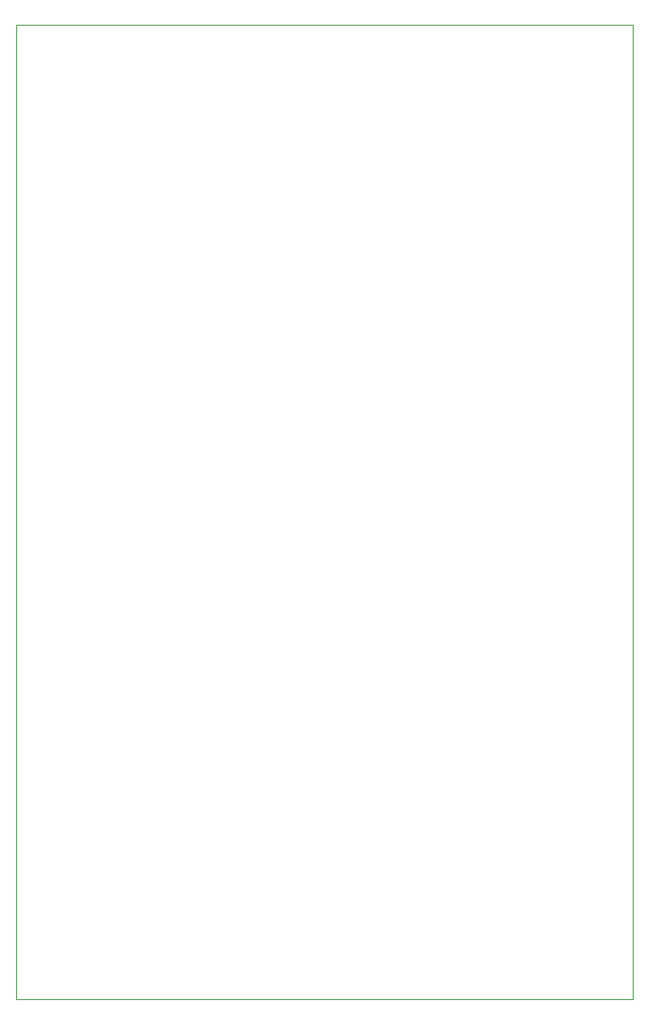
<source format=gbr>
G04 #@! TF.GenerationSoftware,KiCad,Pcbnew,(6.0.4)*
G04 #@! TF.CreationDate,2022-04-07T22:37:18-04:00*
G04 #@! TF.ProjectId,Input_Adapter,496e7075-745f-4416-9461-707465722e6b,v1*
G04 #@! TF.SameCoordinates,Original*
G04 #@! TF.FileFunction,Profile,NP*
%FSLAX46Y46*%
G04 Gerber Fmt 4.6, Leading zero omitted, Abs format (unit mm)*
G04 Created by KiCad (PCBNEW (6.0.4)) date 2022-04-07 22:37:18*
%MOMM*%
%LPD*%
G01*
G04 APERTURE LIST*
G04 #@! TA.AperFunction,Profile*
%ADD10C,0.100000*%
G04 #@! TD*
G04 APERTURE END LIST*
D10*
X99000000Y-134800000D02*
X99000000Y-38400000D01*
X160100000Y-38400000D02*
X160100000Y-134800000D01*
X99000000Y-38400000D02*
X160100000Y-38400000D01*
X160100000Y-134800000D02*
X99000000Y-134800000D01*
M02*

</source>
